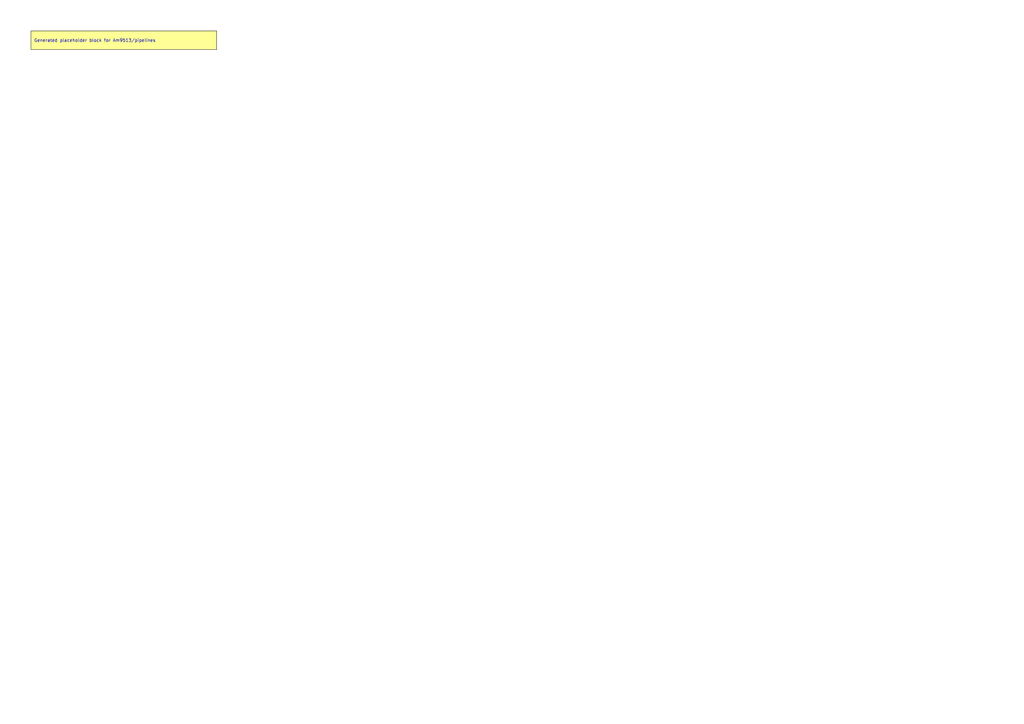
<source format=kicad_sch>
(kicad_sch
	(version 20250114)
	(generator "kicadgen")
	(generator_version "0.1")
	(uuid "a1eec18c-f930-557e-981e-92070903ec24")
	(paper "A3")
	(title_block
		(title "Am9513::pipelines")
		(company "Project Carbon")
		(comment 1 "Generated - do not edit in generated/")
		(comment 2 "Edit in schem/kicad9/manual/ or refine mapping specs")
	)
	(lib_symbols)
	(text_box
		"Generated placeholder block for Am9513/pipelines"
		(exclude_from_sim no)
		(at
			12.7
			12.7
			0
		)
		(size 76.2 7.62)
		(margins
			1.27
			1.27
			1.27
			1.27
		)
		(stroke
			(width 0)
			(type default)
			(color
				0
				0
				0
				1
			)
		)
		(fill
			(type color)
			(color
				255
				255
				150
				1
			)
		)
		(effects
			(font
				(size 1.27 1.27)
			)
			(justify left)
		)
		(uuid "dfe8add1-ee6b-5f2d-8689-7578aa8844b4")
	)
	(sheet_instances
		(path
			"/"
			(page "1")
		)
	)
	(embedded_fonts no)
)

</source>
